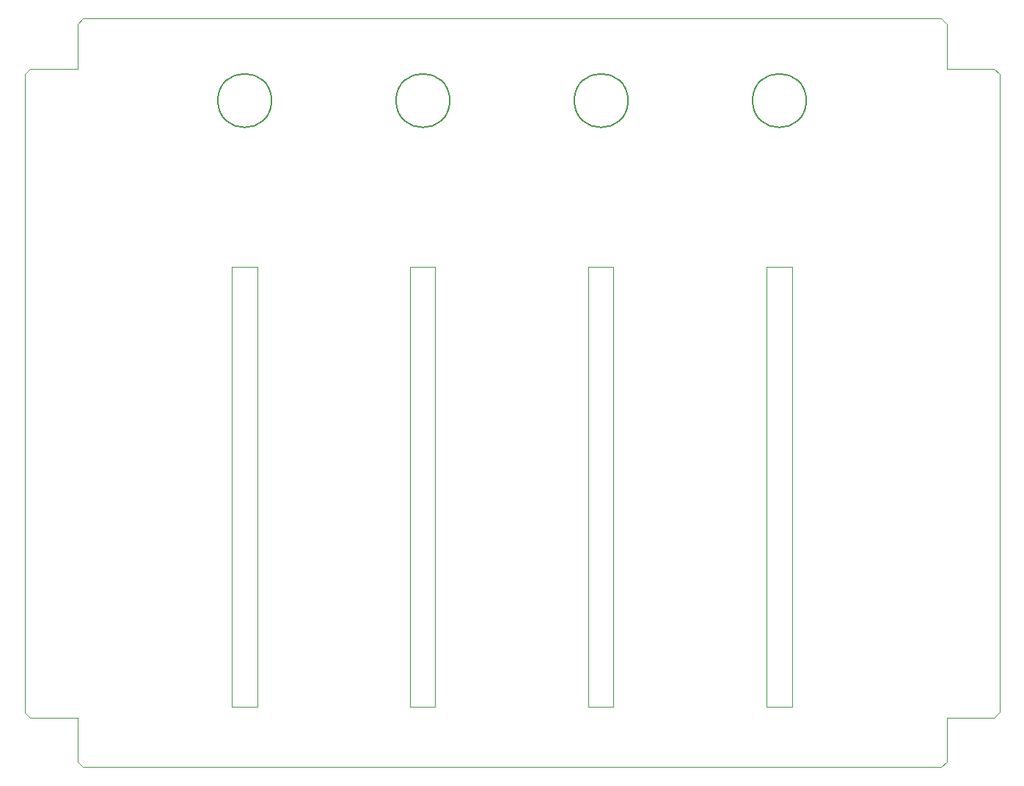
<source format=gbr>
%TF.GenerationSoftware,KiCad,Pcbnew,(5.1.6-0-10_14)*%
%TF.CreationDate,2020-10-11T14:16:58+01:00*%
%TF.ProjectId,ActiveMixerPedalWithDigitalPeakDetector,41637469-7665-44d6-9978-657250656461,rev?*%
%TF.SameCoordinates,Original*%
%TF.FileFunction,Profile,NP*%
%FSLAX46Y46*%
G04 Gerber Fmt 4.6, Leading zero omitted, Abs format (unit mm)*
G04 Created by KiCad (PCBNEW (5.1.6-0-10_14)) date 2020-10-11 14:16:58*
%MOMM*%
%LPD*%
G01*
G04 APERTURE LIST*
%TA.AperFunction,Profile*%
%ADD10C,0.050000*%
%TD*%
%TA.AperFunction,Profile*%
%ADD11C,0.150000*%
%TD*%
G04 APERTURE END LIST*
D10*
X127812800Y-83185000D02*
X130733800Y-83185000D01*
X130733800Y-133985000D02*
X127812800Y-133985000D01*
X130733800Y-83185000D02*
X130733800Y-133985000D01*
X127812800Y-133985000D02*
X127812800Y-83185000D01*
X66090800Y-83185000D02*
X69011800Y-83185000D01*
X69011800Y-133985000D02*
X66090800Y-133985000D01*
X69011800Y-83185000D02*
X69011800Y-133985000D01*
X66090800Y-133985000D02*
X66090800Y-83185000D01*
X86614000Y-83185000D02*
X89535000Y-83185000D01*
X89535000Y-133985000D02*
X86614000Y-133985000D01*
X89535000Y-83185000D02*
X89535000Y-133985000D01*
X86614000Y-133985000D02*
X86614000Y-83185000D01*
X107188000Y-133985000D02*
X107188000Y-83185000D01*
X110109000Y-133985000D02*
X107188000Y-133985000D01*
X110109000Y-83185000D02*
X110109000Y-133985000D01*
X107188000Y-83185000D02*
X110109000Y-83185000D01*
D11*
X132386465Y-64008000D02*
G75*
G03*
X132386465Y-64008000I-3100465J0D01*
G01*
X111812465Y-64008000D02*
G75*
G03*
X111812465Y-64008000I-3100465J0D01*
G01*
X91238465Y-64008000D02*
G75*
G03*
X91238465Y-64008000I-3100465J0D01*
G01*
X70664465Y-64008000D02*
G75*
G03*
X70664465Y-64008000I-3100465J0D01*
G01*
D10*
X148590000Y-140335000D02*
X147955000Y-140970000D01*
X148590000Y-135255000D02*
X148590000Y-140335000D01*
X154051000Y-135255000D02*
X148590000Y-135255000D01*
X154686000Y-134620000D02*
X154051000Y-135255000D01*
X154686000Y-60960000D02*
X154686000Y-134620000D01*
X154051000Y-60325000D02*
X154686000Y-60960000D01*
X148590000Y-60325000D02*
X154051000Y-60325000D01*
X148590000Y-55181500D02*
X148590000Y-60325000D01*
X147955000Y-54546500D02*
X148590000Y-55181500D01*
X48895000Y-54546500D02*
X147955000Y-54546500D01*
X48260000Y-55181500D02*
X48895000Y-54546500D01*
X48260000Y-60325000D02*
X48260000Y-55181500D01*
X42799000Y-60325000D02*
X48260000Y-60325000D01*
X42164000Y-60960000D02*
X42799000Y-60325000D01*
X42164000Y-134683500D02*
X42164000Y-60960000D01*
X42799000Y-135318500D02*
X42164000Y-134683500D01*
X48260000Y-135318500D02*
X42799000Y-135318500D01*
X48260000Y-140335000D02*
X48260000Y-135318500D01*
X48895000Y-140970000D02*
X48260000Y-140335000D01*
X147955000Y-140970000D02*
X48895000Y-140970000D01*
M02*

</source>
